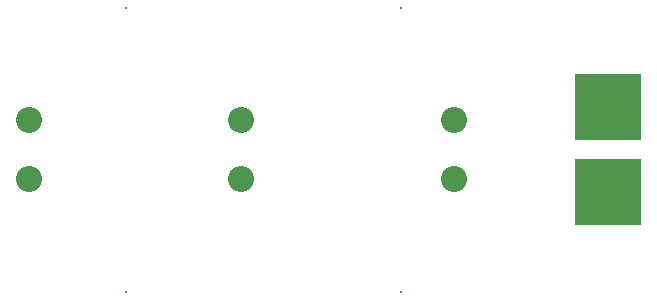
<source format=gbr>
%TF.GenerationSoftware,Altium Limited,Altium Designer,23.7.1 (13)*%
G04 Layer_Color=8388736*
%FSLAX45Y45*%
%MOMM*%
%TF.SameCoordinates,30466DDA-3D0C-41F1-AC50-7AA24E5CAA7F*%
%TF.FilePolarity,Negative*%
%TF.FileFunction,Soldermask,Top*%
%TF.Part,Single*%
G01*
G75*
%TA.AperFunction,ViaPad*%
%ADD16C,0.20320*%
%TA.AperFunction,ComponentPad*%
%ADD17R,5.70320X5.70320*%
%ADD18C,2.20320*%
D16*
X1325000Y300000D02*
D03*
X3650000D02*
D03*
X1325000Y2700000D02*
D03*
X3650000D02*
D03*
D17*
X5401170Y1140000D02*
D03*
Y1860000D02*
D03*
D18*
X500000Y1750000D02*
D03*
Y1250000D02*
D03*
X4100000Y1750000D02*
D03*
Y1250000D02*
D03*
X2300000Y1750000D02*
D03*
Y1250000D02*
D03*
%TF.MD5,412f8cc27a8938ee656999be662893b0*%
M02*

</source>
